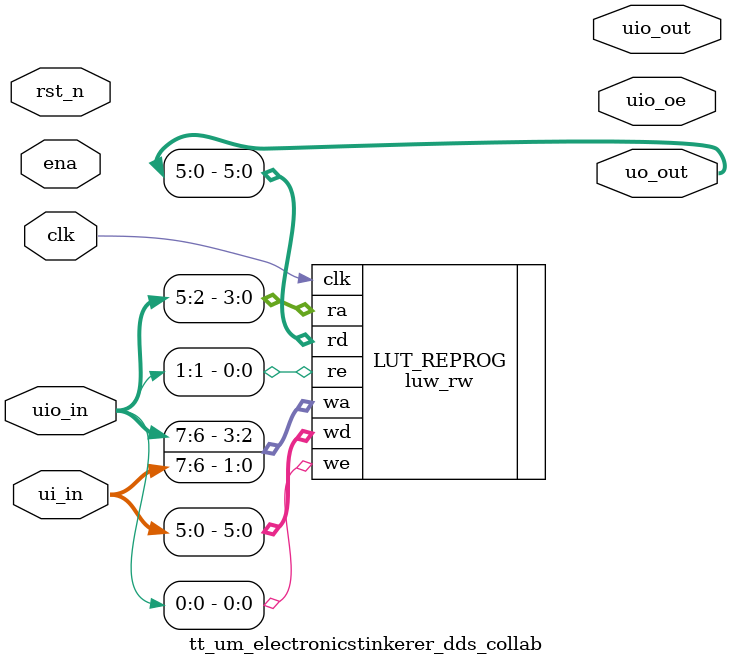
<source format=sv>
/**
 * Tiny DDS Collab top-level module
 * 
 * Authors:
 * * Zach Baldwin 2023-10-26
 * * Liam Crowley 2023-10-26
 * 
 */

`default_nettype none

module tt_um_electronicstinkerer_dds_collab 
  #(
    parameter FOO = 0
    )
   (
    input wire [7:0]  ui_in, // Dedicated inputs - connected to the input switches
    output wire [7:0] uo_out, // Dedicated outputs - connected to the 7 segment display
    input wire [7:0]  uio_in, // IOs: Bidirectional Input path
    output wire [7:0] uio_out, // IOs: Bidirectional Output path
    output wire [7:0] uio_oe, // IOs: Bidirectional Enable path (active high: 0=input, 1=output)
    input wire        ena, // will go high when the design is enabled
    input wire        clk, // clock
    input wire        rst_n     // reset_n - low to reset
    );

   luw_rw 
     #(
       .WW(6),
       .DEPTH(16),
       )
   LUT_REPROG
     (
      .clk(clk),
      .we(uio_in[0]),
      .re(uio_in[1]),
      .ra(uio_in[5:2]),
      .wa({uio_in[7:6], ui_in[7:6]}),
      .wd(ui_in[5:0]),
      .rd(uo_out[5:0])
      );
      

endmodule // tt_um_electronicstinkerer_dds_collab

</source>
